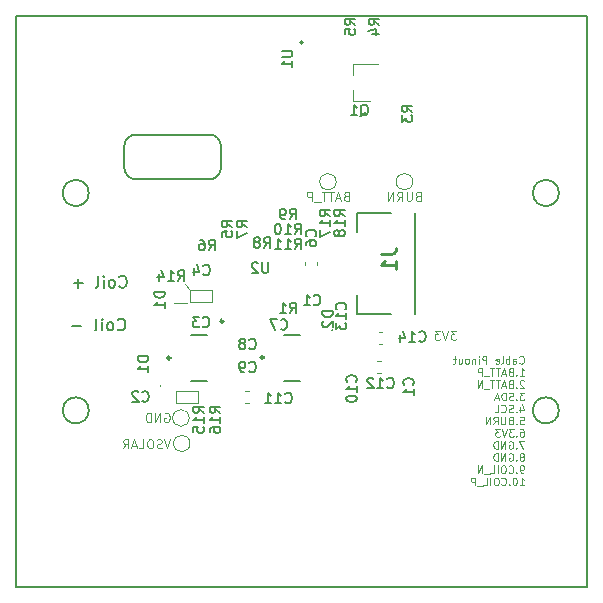
<source format=gbr>
%TF.GenerationSoftware,KiCad,Pcbnew,(5.1.4)-1*%
%TF.CreationDate,2019-12-19T16:50:31-07:00*%
%TF.ProjectId,SolarCellZ_v1,536f6c61-7243-4656-9c6c-5a5f76312e6b,rev?*%
%TF.SameCoordinates,Original*%
%TF.FileFunction,Legend,Bot*%
%TF.FilePolarity,Positive*%
%FSLAX46Y46*%
G04 Gerber Fmt 4.6, Leading zero omitted, Abs format (unit mm)*
G04 Created by KiCad (PCBNEW (5.1.4)-1) date 2019-12-19 16:50:31*
%MOMM*%
%LPD*%
G04 APERTURE LIST*
%ADD10C,0.120000*%
%ADD11C,0.076200*%
%ADD12C,0.200000*%
%ADD13C,0.101600*%
%ADD14C,0.150000*%
%ADD15C,0.203200*%
%ADD16C,0.250000*%
%ADD17C,0.254000*%
%ADD18C,0.127000*%
G04 APERTURE END LIST*
D10*
X103428800Y-64312800D02*
X104521000Y-64312800D01*
D11*
X132659422Y-69378285D02*
X132689660Y-69408523D01*
X132780374Y-69438761D01*
X132840850Y-69438761D01*
X132931565Y-69408523D01*
X132992041Y-69348047D01*
X133022279Y-69287571D01*
X133052517Y-69166619D01*
X133052517Y-69075904D01*
X133022279Y-68954952D01*
X132992041Y-68894476D01*
X132931565Y-68834000D01*
X132840850Y-68803761D01*
X132780374Y-68803761D01*
X132689660Y-68834000D01*
X132659422Y-68864238D01*
X132115136Y-69438761D02*
X132115136Y-69106142D01*
X132145374Y-69045666D01*
X132205850Y-69015428D01*
X132326803Y-69015428D01*
X132387279Y-69045666D01*
X132115136Y-69408523D02*
X132175612Y-69438761D01*
X132326803Y-69438761D01*
X132387279Y-69408523D01*
X132417517Y-69348047D01*
X132417517Y-69287571D01*
X132387279Y-69227095D01*
X132326803Y-69196857D01*
X132175612Y-69196857D01*
X132115136Y-69166619D01*
X131812755Y-69438761D02*
X131812755Y-68803761D01*
X131812755Y-69045666D02*
X131752279Y-69015428D01*
X131631327Y-69015428D01*
X131570850Y-69045666D01*
X131540612Y-69075904D01*
X131510374Y-69136380D01*
X131510374Y-69317809D01*
X131540612Y-69378285D01*
X131570850Y-69408523D01*
X131631327Y-69438761D01*
X131752279Y-69438761D01*
X131812755Y-69408523D01*
X131147517Y-69438761D02*
X131207993Y-69408523D01*
X131238231Y-69348047D01*
X131238231Y-68803761D01*
X130663708Y-69408523D02*
X130724184Y-69438761D01*
X130845136Y-69438761D01*
X130905612Y-69408523D01*
X130935850Y-69348047D01*
X130935850Y-69106142D01*
X130905612Y-69045666D01*
X130845136Y-69015428D01*
X130724184Y-69015428D01*
X130663708Y-69045666D01*
X130633470Y-69106142D01*
X130633470Y-69166619D01*
X130935850Y-69227095D01*
X129877517Y-69438761D02*
X129877517Y-68803761D01*
X129635612Y-68803761D01*
X129575136Y-68834000D01*
X129544898Y-68864238D01*
X129514660Y-68924714D01*
X129514660Y-69015428D01*
X129544898Y-69075904D01*
X129575136Y-69106142D01*
X129635612Y-69136380D01*
X129877517Y-69136380D01*
X129242517Y-69438761D02*
X129242517Y-69015428D01*
X129242517Y-68803761D02*
X129272755Y-68834000D01*
X129242517Y-68864238D01*
X129212279Y-68834000D01*
X129242517Y-68803761D01*
X129242517Y-68864238D01*
X128940136Y-69015428D02*
X128940136Y-69438761D01*
X128940136Y-69075904D02*
X128909898Y-69045666D01*
X128849422Y-69015428D01*
X128758708Y-69015428D01*
X128698231Y-69045666D01*
X128667993Y-69106142D01*
X128667993Y-69438761D01*
X128274898Y-69438761D02*
X128335374Y-69408523D01*
X128365612Y-69378285D01*
X128395850Y-69317809D01*
X128395850Y-69136380D01*
X128365612Y-69075904D01*
X128335374Y-69045666D01*
X128274898Y-69015428D01*
X128184184Y-69015428D01*
X128123708Y-69045666D01*
X128093470Y-69075904D01*
X128063231Y-69136380D01*
X128063231Y-69317809D01*
X128093470Y-69378285D01*
X128123708Y-69408523D01*
X128184184Y-69438761D01*
X128274898Y-69438761D01*
X127518946Y-69015428D02*
X127518946Y-69438761D01*
X127791089Y-69015428D02*
X127791089Y-69348047D01*
X127760850Y-69408523D01*
X127700374Y-69438761D01*
X127609660Y-69438761D01*
X127549184Y-69408523D01*
X127518946Y-69378285D01*
X127307279Y-69015428D02*
X127065374Y-69015428D01*
X127216565Y-68803761D02*
X127216565Y-69348047D01*
X127186327Y-69408523D01*
X127125850Y-69438761D01*
X127065374Y-69438761D01*
X132689660Y-70467461D02*
X133052517Y-70467461D01*
X132871089Y-70467461D02*
X132871089Y-69832461D01*
X132931565Y-69923176D01*
X132992041Y-69983652D01*
X133052517Y-70013890D01*
X132417517Y-70406985D02*
X132387279Y-70437223D01*
X132417517Y-70467461D01*
X132447755Y-70437223D01*
X132417517Y-70406985D01*
X132417517Y-70467461D01*
X131903470Y-70134842D02*
X131812755Y-70165080D01*
X131782517Y-70195319D01*
X131752279Y-70255795D01*
X131752279Y-70346509D01*
X131782517Y-70406985D01*
X131812755Y-70437223D01*
X131873231Y-70467461D01*
X132115136Y-70467461D01*
X132115136Y-69832461D01*
X131903470Y-69832461D01*
X131842993Y-69862700D01*
X131812755Y-69892938D01*
X131782517Y-69953414D01*
X131782517Y-70013890D01*
X131812755Y-70074366D01*
X131842993Y-70104604D01*
X131903470Y-70134842D01*
X132115136Y-70134842D01*
X131510374Y-70286033D02*
X131207993Y-70286033D01*
X131570850Y-70467461D02*
X131359184Y-69832461D01*
X131147517Y-70467461D01*
X131026565Y-69832461D02*
X130663708Y-69832461D01*
X130845136Y-70467461D02*
X130845136Y-69832461D01*
X130542755Y-69832461D02*
X130179898Y-69832461D01*
X130361327Y-70467461D02*
X130361327Y-69832461D01*
X130119422Y-70527938D02*
X129635612Y-70527938D01*
X129484422Y-70467461D02*
X129484422Y-69832461D01*
X129242517Y-69832461D01*
X129182041Y-69862700D01*
X129151803Y-69892938D01*
X129121565Y-69953414D01*
X129121565Y-70044128D01*
X129151803Y-70104604D01*
X129182041Y-70134842D01*
X129242517Y-70165080D01*
X129484422Y-70165080D01*
X133052517Y-70921638D02*
X133022279Y-70891400D01*
X132961803Y-70861161D01*
X132810612Y-70861161D01*
X132750136Y-70891400D01*
X132719898Y-70921638D01*
X132689660Y-70982114D01*
X132689660Y-71042590D01*
X132719898Y-71133304D01*
X133082755Y-71496161D01*
X132689660Y-71496161D01*
X132417517Y-71435685D02*
X132387279Y-71465923D01*
X132417517Y-71496161D01*
X132447755Y-71465923D01*
X132417517Y-71435685D01*
X132417517Y-71496161D01*
X131903470Y-71163542D02*
X131812755Y-71193780D01*
X131782517Y-71224019D01*
X131752279Y-71284495D01*
X131752279Y-71375209D01*
X131782517Y-71435685D01*
X131812755Y-71465923D01*
X131873231Y-71496161D01*
X132115136Y-71496161D01*
X132115136Y-70861161D01*
X131903470Y-70861161D01*
X131842993Y-70891400D01*
X131812755Y-70921638D01*
X131782517Y-70982114D01*
X131782517Y-71042590D01*
X131812755Y-71103066D01*
X131842993Y-71133304D01*
X131903470Y-71163542D01*
X132115136Y-71163542D01*
X131510374Y-71314733D02*
X131207993Y-71314733D01*
X131570850Y-71496161D02*
X131359184Y-70861161D01*
X131147517Y-71496161D01*
X131026565Y-70861161D02*
X130663708Y-70861161D01*
X130845136Y-71496161D02*
X130845136Y-70861161D01*
X130542755Y-70861161D02*
X130179898Y-70861161D01*
X130361327Y-71496161D02*
X130361327Y-70861161D01*
X130119422Y-71556638D02*
X129635612Y-71556638D01*
X129484422Y-71496161D02*
X129484422Y-70861161D01*
X129121565Y-71496161D01*
X129121565Y-70861161D01*
X133082755Y-71889861D02*
X132689660Y-71889861D01*
X132901327Y-72131766D01*
X132810612Y-72131766D01*
X132750136Y-72162004D01*
X132719898Y-72192242D01*
X132689660Y-72252719D01*
X132689660Y-72403909D01*
X132719898Y-72464385D01*
X132750136Y-72494623D01*
X132810612Y-72524861D01*
X132992041Y-72524861D01*
X133052517Y-72494623D01*
X133082755Y-72464385D01*
X132417517Y-72464385D02*
X132387279Y-72494623D01*
X132417517Y-72524861D01*
X132447755Y-72494623D01*
X132417517Y-72464385D01*
X132417517Y-72524861D01*
X132145374Y-72494623D02*
X132054660Y-72524861D01*
X131903470Y-72524861D01*
X131842993Y-72494623D01*
X131812755Y-72464385D01*
X131782517Y-72403909D01*
X131782517Y-72343433D01*
X131812755Y-72282957D01*
X131842993Y-72252719D01*
X131903470Y-72222480D01*
X132024422Y-72192242D01*
X132084898Y-72162004D01*
X132115136Y-72131766D01*
X132145374Y-72071290D01*
X132145374Y-72010814D01*
X132115136Y-71950338D01*
X132084898Y-71920100D01*
X132024422Y-71889861D01*
X131873231Y-71889861D01*
X131782517Y-71920100D01*
X131510374Y-72524861D02*
X131510374Y-71889861D01*
X131359184Y-71889861D01*
X131268470Y-71920100D01*
X131207993Y-71980576D01*
X131177755Y-72041052D01*
X131147517Y-72162004D01*
X131147517Y-72252719D01*
X131177755Y-72373671D01*
X131207993Y-72434147D01*
X131268470Y-72494623D01*
X131359184Y-72524861D01*
X131510374Y-72524861D01*
X130905612Y-72343433D02*
X130603231Y-72343433D01*
X130966089Y-72524861D02*
X130754422Y-71889861D01*
X130542755Y-72524861D01*
X132750136Y-73130228D02*
X132750136Y-73553561D01*
X132901327Y-72888323D02*
X133052517Y-73341895D01*
X132659422Y-73341895D01*
X132417517Y-73493085D02*
X132387279Y-73523323D01*
X132417517Y-73553561D01*
X132447755Y-73523323D01*
X132417517Y-73493085D01*
X132417517Y-73553561D01*
X132145374Y-73523323D02*
X132054660Y-73553561D01*
X131903470Y-73553561D01*
X131842993Y-73523323D01*
X131812755Y-73493085D01*
X131782517Y-73432609D01*
X131782517Y-73372133D01*
X131812755Y-73311657D01*
X131842993Y-73281419D01*
X131903470Y-73251180D01*
X132024422Y-73220942D01*
X132084898Y-73190704D01*
X132115136Y-73160466D01*
X132145374Y-73099990D01*
X132145374Y-73039514D01*
X132115136Y-72979038D01*
X132084898Y-72948800D01*
X132024422Y-72918561D01*
X131873231Y-72918561D01*
X131782517Y-72948800D01*
X131147517Y-73493085D02*
X131177755Y-73523323D01*
X131268469Y-73553561D01*
X131328946Y-73553561D01*
X131419660Y-73523323D01*
X131480136Y-73462847D01*
X131510374Y-73402371D01*
X131540612Y-73281419D01*
X131540612Y-73190704D01*
X131510374Y-73069752D01*
X131480136Y-73009276D01*
X131419660Y-72948800D01*
X131328946Y-72918561D01*
X131268469Y-72918561D01*
X131177755Y-72948800D01*
X131147517Y-72979038D01*
X130572993Y-73553561D02*
X130875374Y-73553561D01*
X130875374Y-72918561D01*
X132719898Y-73947261D02*
X133022279Y-73947261D01*
X133052517Y-74249642D01*
X133022279Y-74219404D01*
X132961803Y-74189166D01*
X132810612Y-74189166D01*
X132750136Y-74219404D01*
X132719898Y-74249642D01*
X132689660Y-74310119D01*
X132689660Y-74461309D01*
X132719898Y-74521785D01*
X132750136Y-74552023D01*
X132810612Y-74582261D01*
X132961803Y-74582261D01*
X133022279Y-74552023D01*
X133052517Y-74521785D01*
X132417517Y-74521785D02*
X132387279Y-74552023D01*
X132417517Y-74582261D01*
X132447755Y-74552023D01*
X132417517Y-74521785D01*
X132417517Y-74582261D01*
X131903470Y-74249642D02*
X131812755Y-74279880D01*
X131782517Y-74310119D01*
X131752279Y-74370595D01*
X131752279Y-74461309D01*
X131782517Y-74521785D01*
X131812755Y-74552023D01*
X131873231Y-74582261D01*
X132115136Y-74582261D01*
X132115136Y-73947261D01*
X131903470Y-73947261D01*
X131842993Y-73977500D01*
X131812755Y-74007738D01*
X131782517Y-74068214D01*
X131782517Y-74128690D01*
X131812755Y-74189166D01*
X131842993Y-74219404D01*
X131903470Y-74249642D01*
X132115136Y-74249642D01*
X131480136Y-73947261D02*
X131480136Y-74461309D01*
X131449898Y-74521785D01*
X131419660Y-74552023D01*
X131359184Y-74582261D01*
X131238231Y-74582261D01*
X131177755Y-74552023D01*
X131147517Y-74521785D01*
X131117279Y-74461309D01*
X131117279Y-73947261D01*
X130452041Y-74582261D02*
X130663708Y-74279880D01*
X130814898Y-74582261D02*
X130814898Y-73947261D01*
X130572993Y-73947261D01*
X130512517Y-73977500D01*
X130482279Y-74007738D01*
X130452041Y-74068214D01*
X130452041Y-74158928D01*
X130482279Y-74219404D01*
X130512517Y-74249642D01*
X130572993Y-74279880D01*
X130814898Y-74279880D01*
X130179898Y-74582261D02*
X130179898Y-73947261D01*
X129817041Y-74582261D01*
X129817041Y-73947261D01*
X132750136Y-74975961D02*
X132871089Y-74975961D01*
X132931565Y-75006200D01*
X132961803Y-75036438D01*
X133022279Y-75127152D01*
X133052517Y-75248104D01*
X133052517Y-75490009D01*
X133022279Y-75550485D01*
X132992041Y-75580723D01*
X132931565Y-75610961D01*
X132810612Y-75610961D01*
X132750136Y-75580723D01*
X132719898Y-75550485D01*
X132689660Y-75490009D01*
X132689660Y-75338819D01*
X132719898Y-75278342D01*
X132750136Y-75248104D01*
X132810612Y-75217866D01*
X132931565Y-75217866D01*
X132992041Y-75248104D01*
X133022279Y-75278342D01*
X133052517Y-75338819D01*
X132417517Y-75550485D02*
X132387279Y-75580723D01*
X132417517Y-75610961D01*
X132447755Y-75580723D01*
X132417517Y-75550485D01*
X132417517Y-75610961D01*
X132175612Y-74975961D02*
X131782517Y-74975961D01*
X131994184Y-75217866D01*
X131903470Y-75217866D01*
X131842993Y-75248104D01*
X131812755Y-75278342D01*
X131782517Y-75338819D01*
X131782517Y-75490009D01*
X131812755Y-75550485D01*
X131842993Y-75580723D01*
X131903470Y-75610961D01*
X132084898Y-75610961D01*
X132145374Y-75580723D01*
X132175612Y-75550485D01*
X131601089Y-74975961D02*
X131389422Y-75610961D01*
X131177755Y-74975961D01*
X131026565Y-74975961D02*
X130633469Y-74975961D01*
X130845136Y-75217866D01*
X130754422Y-75217866D01*
X130693946Y-75248104D01*
X130663708Y-75278342D01*
X130633469Y-75338819D01*
X130633469Y-75490009D01*
X130663708Y-75550485D01*
X130693946Y-75580723D01*
X130754422Y-75610961D01*
X130935850Y-75610961D01*
X130996327Y-75580723D01*
X131026565Y-75550485D01*
X133082755Y-76004661D02*
X132659422Y-76004661D01*
X132931565Y-76639661D01*
X132417517Y-76579185D02*
X132387279Y-76609423D01*
X132417517Y-76639661D01*
X132447755Y-76609423D01*
X132417517Y-76579185D01*
X132417517Y-76639661D01*
X131782517Y-76034900D02*
X131842993Y-76004661D01*
X131933708Y-76004661D01*
X132024422Y-76034900D01*
X132084898Y-76095376D01*
X132115136Y-76155852D01*
X132145374Y-76276804D01*
X132145374Y-76367519D01*
X132115136Y-76488471D01*
X132084898Y-76548947D01*
X132024422Y-76609423D01*
X131933708Y-76639661D01*
X131873231Y-76639661D01*
X131782517Y-76609423D01*
X131752279Y-76579185D01*
X131752279Y-76367519D01*
X131873231Y-76367519D01*
X131480136Y-76639661D02*
X131480136Y-76004661D01*
X131117279Y-76639661D01*
X131117279Y-76004661D01*
X130814898Y-76639661D02*
X130814898Y-76004661D01*
X130663708Y-76004661D01*
X130572993Y-76034900D01*
X130512517Y-76095376D01*
X130482279Y-76155852D01*
X130452041Y-76276804D01*
X130452041Y-76367519D01*
X130482279Y-76488471D01*
X130512517Y-76548947D01*
X130572993Y-76609423D01*
X130663708Y-76639661D01*
X130814898Y-76639661D01*
X132931565Y-77305504D02*
X132992041Y-77275266D01*
X133022279Y-77245028D01*
X133052517Y-77184552D01*
X133052517Y-77154314D01*
X133022279Y-77093838D01*
X132992041Y-77063600D01*
X132931565Y-77033361D01*
X132810612Y-77033361D01*
X132750136Y-77063600D01*
X132719898Y-77093838D01*
X132689660Y-77154314D01*
X132689660Y-77184552D01*
X132719898Y-77245028D01*
X132750136Y-77275266D01*
X132810612Y-77305504D01*
X132931565Y-77305504D01*
X132992041Y-77335742D01*
X133022279Y-77365980D01*
X133052517Y-77426457D01*
X133052517Y-77547409D01*
X133022279Y-77607885D01*
X132992041Y-77638123D01*
X132931565Y-77668361D01*
X132810612Y-77668361D01*
X132750136Y-77638123D01*
X132719898Y-77607885D01*
X132689660Y-77547409D01*
X132689660Y-77426457D01*
X132719898Y-77365980D01*
X132750136Y-77335742D01*
X132810612Y-77305504D01*
X132417517Y-77607885D02*
X132387279Y-77638123D01*
X132417517Y-77668361D01*
X132447755Y-77638123D01*
X132417517Y-77607885D01*
X132417517Y-77668361D01*
X131782517Y-77063600D02*
X131842993Y-77033361D01*
X131933708Y-77033361D01*
X132024422Y-77063600D01*
X132084898Y-77124076D01*
X132115136Y-77184552D01*
X132145374Y-77305504D01*
X132145374Y-77396219D01*
X132115136Y-77517171D01*
X132084898Y-77577647D01*
X132024422Y-77638123D01*
X131933708Y-77668361D01*
X131873231Y-77668361D01*
X131782517Y-77638123D01*
X131752279Y-77607885D01*
X131752279Y-77396219D01*
X131873231Y-77396219D01*
X131480136Y-77668361D02*
X131480136Y-77033361D01*
X131117279Y-77668361D01*
X131117279Y-77033361D01*
X130814898Y-77668361D02*
X130814898Y-77033361D01*
X130663708Y-77033361D01*
X130572993Y-77063600D01*
X130512517Y-77124076D01*
X130482279Y-77184552D01*
X130452041Y-77305504D01*
X130452041Y-77396219D01*
X130482279Y-77517171D01*
X130512517Y-77577647D01*
X130572993Y-77638123D01*
X130663708Y-77668361D01*
X130814898Y-77668361D01*
X132992041Y-78697061D02*
X132871089Y-78697061D01*
X132810612Y-78666823D01*
X132780374Y-78636585D01*
X132719898Y-78545871D01*
X132689660Y-78424919D01*
X132689660Y-78183014D01*
X132719898Y-78122538D01*
X132750136Y-78092300D01*
X132810612Y-78062061D01*
X132931565Y-78062061D01*
X132992041Y-78092300D01*
X133022279Y-78122538D01*
X133052517Y-78183014D01*
X133052517Y-78334204D01*
X133022279Y-78394680D01*
X132992041Y-78424919D01*
X132931565Y-78455157D01*
X132810612Y-78455157D01*
X132750136Y-78424919D01*
X132719898Y-78394680D01*
X132689660Y-78334204D01*
X132417517Y-78636585D02*
X132387279Y-78666823D01*
X132417517Y-78697061D01*
X132447755Y-78666823D01*
X132417517Y-78636585D01*
X132417517Y-78697061D01*
X131752279Y-78636585D02*
X131782517Y-78666823D01*
X131873231Y-78697061D01*
X131933708Y-78697061D01*
X132024422Y-78666823D01*
X132084898Y-78606347D01*
X132115136Y-78545871D01*
X132145374Y-78424919D01*
X132145374Y-78334204D01*
X132115136Y-78213252D01*
X132084898Y-78152776D01*
X132024422Y-78092300D01*
X131933708Y-78062061D01*
X131873231Y-78062061D01*
X131782517Y-78092300D01*
X131752279Y-78122538D01*
X131359184Y-78062061D02*
X131238231Y-78062061D01*
X131177755Y-78092300D01*
X131117279Y-78152776D01*
X131087041Y-78273728D01*
X131087041Y-78485395D01*
X131117279Y-78606347D01*
X131177755Y-78666823D01*
X131238231Y-78697061D01*
X131359184Y-78697061D01*
X131419660Y-78666823D01*
X131480136Y-78606347D01*
X131510374Y-78485395D01*
X131510374Y-78273728D01*
X131480136Y-78152776D01*
X131419660Y-78092300D01*
X131359184Y-78062061D01*
X130814898Y-78697061D02*
X130814898Y-78062061D01*
X130210136Y-78697061D02*
X130512517Y-78697061D01*
X130512517Y-78062061D01*
X130149660Y-78757538D02*
X129665850Y-78757538D01*
X129514660Y-78697061D02*
X129514660Y-78062061D01*
X129151803Y-78697061D01*
X129151803Y-78062061D01*
X132689660Y-79725761D02*
X133052517Y-79725761D01*
X132871089Y-79725761D02*
X132871089Y-79090761D01*
X132931565Y-79181476D01*
X132992041Y-79241952D01*
X133052517Y-79272190D01*
X132296565Y-79090761D02*
X132236089Y-79090761D01*
X132175612Y-79121000D01*
X132145374Y-79151238D01*
X132115136Y-79211714D01*
X132084898Y-79332666D01*
X132084898Y-79483857D01*
X132115136Y-79604809D01*
X132145374Y-79665285D01*
X132175612Y-79695523D01*
X132236089Y-79725761D01*
X132296565Y-79725761D01*
X132357041Y-79695523D01*
X132387279Y-79665285D01*
X132417517Y-79604809D01*
X132447755Y-79483857D01*
X132447755Y-79332666D01*
X132417517Y-79211714D01*
X132387279Y-79151238D01*
X132357041Y-79121000D01*
X132296565Y-79090761D01*
X131812755Y-79665285D02*
X131782517Y-79695523D01*
X131812755Y-79725761D01*
X131842993Y-79695523D01*
X131812755Y-79665285D01*
X131812755Y-79725761D01*
X131147517Y-79665285D02*
X131177755Y-79695523D01*
X131268470Y-79725761D01*
X131328946Y-79725761D01*
X131419660Y-79695523D01*
X131480136Y-79635047D01*
X131510374Y-79574571D01*
X131540612Y-79453619D01*
X131540612Y-79362904D01*
X131510374Y-79241952D01*
X131480136Y-79181476D01*
X131419660Y-79121000D01*
X131328946Y-79090761D01*
X131268470Y-79090761D01*
X131177755Y-79121000D01*
X131147517Y-79151238D01*
X130754422Y-79090761D02*
X130633470Y-79090761D01*
X130572993Y-79121000D01*
X130512517Y-79181476D01*
X130482279Y-79302428D01*
X130482279Y-79514095D01*
X130512517Y-79635047D01*
X130572993Y-79695523D01*
X130633470Y-79725761D01*
X130754422Y-79725761D01*
X130814898Y-79695523D01*
X130875374Y-79635047D01*
X130905612Y-79514095D01*
X130905612Y-79302428D01*
X130875374Y-79181476D01*
X130814898Y-79121000D01*
X130754422Y-79090761D01*
X130210136Y-79725761D02*
X130210136Y-79090761D01*
X129605374Y-79725761D02*
X129907755Y-79725761D01*
X129907755Y-79090761D01*
X129544898Y-79786238D02*
X129061089Y-79786238D01*
X128909898Y-79725761D02*
X128909898Y-79090761D01*
X128667993Y-79090761D01*
X128607517Y-79121000D01*
X128577279Y-79151238D01*
X128547041Y-79211714D01*
X128547041Y-79302428D01*
X128577279Y-79362904D01*
X128607517Y-79393142D01*
X128667993Y-79423380D01*
X128909898Y-79423380D01*
D12*
X107407500Y-52841000D02*
G75*
G02X106407500Y-53841000I-1000000J0D01*
G01*
X100207500Y-53841000D02*
G75*
G02X99207500Y-52841000I0J1000000D01*
G01*
X106407500Y-50041000D02*
G75*
G02X107407500Y-51041000I0J-1000000D01*
G01*
X99207500Y-51041000D02*
G75*
G02X100207500Y-50041000I1000000J0D01*
G01*
X96207500Y-54991000D02*
G75*
G03X96207500Y-54991000I-1100000J0D01*
G01*
X106407500Y-50041000D02*
X100207500Y-50041000D01*
X138407500Y-39991000D02*
X138407500Y-88391000D01*
X138407500Y-88391000D02*
X90007500Y-88391000D01*
X96207500Y-73391000D02*
G75*
G03X96207500Y-73391000I-1100000J0D01*
G01*
X90007500Y-88391000D02*
X90007500Y-39991000D01*
X90007500Y-39991000D02*
X138407500Y-39991000D01*
X100207500Y-53841000D02*
X106407500Y-53841000D01*
X136007500Y-73391000D02*
G75*
G03X136007500Y-73391000I-1100000J0D01*
G01*
X136007500Y-54991000D02*
G75*
G03X136007500Y-54991000I-1100000J0D01*
G01*
X107407500Y-52841000D02*
X107407500Y-51041000D01*
X99207500Y-51041000D02*
X99207500Y-52841000D01*
D13*
X124060857Y-55254071D02*
X123952000Y-55290357D01*
X123915714Y-55326642D01*
X123879428Y-55399214D01*
X123879428Y-55508071D01*
X123915714Y-55580642D01*
X123952000Y-55616928D01*
X124024571Y-55653214D01*
X124314857Y-55653214D01*
X124314857Y-54891214D01*
X124060857Y-54891214D01*
X123988285Y-54927500D01*
X123952000Y-54963785D01*
X123915714Y-55036357D01*
X123915714Y-55108928D01*
X123952000Y-55181500D01*
X123988285Y-55217785D01*
X124060857Y-55254071D01*
X124314857Y-55254071D01*
X123552857Y-54891214D02*
X123552857Y-55508071D01*
X123516571Y-55580642D01*
X123480285Y-55616928D01*
X123407714Y-55653214D01*
X123262571Y-55653214D01*
X123190000Y-55616928D01*
X123153714Y-55580642D01*
X123117428Y-55508071D01*
X123117428Y-54891214D01*
X122319142Y-55653214D02*
X122573142Y-55290357D01*
X122754571Y-55653214D02*
X122754571Y-54891214D01*
X122464285Y-54891214D01*
X122391714Y-54927500D01*
X122355428Y-54963785D01*
X122319142Y-55036357D01*
X122319142Y-55145214D01*
X122355428Y-55217785D01*
X122391714Y-55254071D01*
X122464285Y-55290357D01*
X122754571Y-55290357D01*
X121992571Y-55653214D02*
X121992571Y-54891214D01*
X121557142Y-55653214D01*
X121557142Y-54891214D01*
X117983000Y-55254071D02*
X117874142Y-55290357D01*
X117837857Y-55326642D01*
X117801571Y-55399214D01*
X117801571Y-55508071D01*
X117837857Y-55580642D01*
X117874142Y-55616928D01*
X117946714Y-55653214D01*
X118237000Y-55653214D01*
X118237000Y-54891214D01*
X117983000Y-54891214D01*
X117910428Y-54927500D01*
X117874142Y-54963785D01*
X117837857Y-55036357D01*
X117837857Y-55108928D01*
X117874142Y-55181500D01*
X117910428Y-55217785D01*
X117983000Y-55254071D01*
X118237000Y-55254071D01*
X117511285Y-55435500D02*
X117148428Y-55435500D01*
X117583857Y-55653214D02*
X117329857Y-54891214D01*
X117075857Y-55653214D01*
X116930714Y-54891214D02*
X116495285Y-54891214D01*
X116713000Y-55653214D02*
X116713000Y-54891214D01*
X116350142Y-54891214D02*
X115914714Y-54891214D01*
X116132428Y-55653214D02*
X116132428Y-54891214D01*
X115842142Y-55725785D02*
X115261571Y-55725785D01*
X115080142Y-55653214D02*
X115080142Y-54891214D01*
X114789857Y-54891214D01*
X114717285Y-54927500D01*
X114681000Y-54963785D01*
X114644714Y-55036357D01*
X114644714Y-55145214D01*
X114681000Y-55217785D01*
X114717285Y-55254071D01*
X114789857Y-55290357D01*
X115080142Y-55290357D01*
X127333102Y-66638714D02*
X126861388Y-66638714D01*
X127115388Y-66929000D01*
X127006531Y-66929000D01*
X126933960Y-66965285D01*
X126897674Y-67001571D01*
X126861388Y-67074142D01*
X126861388Y-67255571D01*
X126897674Y-67328142D01*
X126933960Y-67364428D01*
X127006531Y-67400714D01*
X127224245Y-67400714D01*
X127296817Y-67364428D01*
X127333102Y-67328142D01*
X126643674Y-66638714D02*
X126389674Y-67400714D01*
X126135674Y-66638714D01*
X125954245Y-66638714D02*
X125482531Y-66638714D01*
X125736531Y-66929000D01*
X125627674Y-66929000D01*
X125555102Y-66965285D01*
X125518817Y-67001571D01*
X125482531Y-67074142D01*
X125482531Y-67255571D01*
X125518817Y-67328142D01*
X125555102Y-67364428D01*
X125627674Y-67400714D01*
X125845388Y-67400714D01*
X125917960Y-67364428D01*
X125954245Y-67328142D01*
X103124000Y-75846214D02*
X102870000Y-76608214D01*
X102616000Y-75846214D01*
X102398285Y-76571928D02*
X102289428Y-76608214D01*
X102108000Y-76608214D01*
X102035428Y-76571928D01*
X101999142Y-76535642D01*
X101962857Y-76463071D01*
X101962857Y-76390500D01*
X101999142Y-76317928D01*
X102035428Y-76281642D01*
X102108000Y-76245357D01*
X102253142Y-76209071D01*
X102325714Y-76172785D01*
X102362000Y-76136500D01*
X102398285Y-76063928D01*
X102398285Y-75991357D01*
X102362000Y-75918785D01*
X102325714Y-75882500D01*
X102253142Y-75846214D01*
X102071714Y-75846214D01*
X101962857Y-75882500D01*
X101491142Y-75846214D02*
X101346000Y-75846214D01*
X101273428Y-75882500D01*
X101200857Y-75955071D01*
X101164571Y-76100214D01*
X101164571Y-76354214D01*
X101200857Y-76499357D01*
X101273428Y-76571928D01*
X101346000Y-76608214D01*
X101491142Y-76608214D01*
X101563714Y-76571928D01*
X101636285Y-76499357D01*
X101672571Y-76354214D01*
X101672571Y-76100214D01*
X101636285Y-75955071D01*
X101563714Y-75882500D01*
X101491142Y-75846214D01*
X100475142Y-76608214D02*
X100838000Y-76608214D01*
X100838000Y-75846214D01*
X100257428Y-76390500D02*
X99894571Y-76390500D01*
X100330000Y-76608214D02*
X100076000Y-75846214D01*
X99822000Y-76608214D01*
X99132571Y-76608214D02*
X99386571Y-76245357D01*
X99568000Y-76608214D02*
X99568000Y-75846214D01*
X99277714Y-75846214D01*
X99205142Y-75882500D01*
X99168857Y-75918785D01*
X99132571Y-75991357D01*
X99132571Y-76100214D01*
X99168857Y-76172785D01*
X99205142Y-76209071D01*
X99277714Y-76245357D01*
X99568000Y-76245357D01*
X102625071Y-73660000D02*
X102697642Y-73623714D01*
X102806500Y-73623714D01*
X102915357Y-73660000D01*
X102987928Y-73732571D01*
X103024214Y-73805142D01*
X103060500Y-73950285D01*
X103060500Y-74059142D01*
X103024214Y-74204285D01*
X102987928Y-74276857D01*
X102915357Y-74349428D01*
X102806500Y-74385714D01*
X102733928Y-74385714D01*
X102625071Y-74349428D01*
X102588785Y-74313142D01*
X102588785Y-74059142D01*
X102733928Y-74059142D01*
X102262214Y-74385714D02*
X102262214Y-73623714D01*
X101826785Y-74385714D01*
X101826785Y-73623714D01*
X101463928Y-74385714D02*
X101463928Y-73623714D01*
X101282500Y-73623714D01*
X101173642Y-73660000D01*
X101101071Y-73732571D01*
X101064785Y-73805142D01*
X101028500Y-73950285D01*
X101028500Y-74059142D01*
X101064785Y-74204285D01*
X101101071Y-74276857D01*
X101173642Y-74349428D01*
X101282500Y-74385714D01*
X101463928Y-74385714D01*
D10*
X104775000Y-63182500D02*
X104343200Y-62661800D01*
X104775000Y-64198500D02*
X104775000Y-63182500D01*
X106680000Y-64198500D02*
X104775000Y-64198500D01*
X106680000Y-63182500D02*
X106680000Y-64198500D01*
X104775000Y-63182500D02*
X106680000Y-63182500D01*
X103568500Y-72771000D02*
X103568500Y-71755000D01*
X105473500Y-72771000D02*
X103568500Y-72771000D01*
X105473500Y-71755000D02*
X105473500Y-72771000D01*
X103568500Y-71755000D02*
X105473500Y-71755000D01*
D14*
X98670857Y-66524142D02*
X98718476Y-66571761D01*
X98861333Y-66619380D01*
X98956571Y-66619380D01*
X99099428Y-66571761D01*
X99194666Y-66476523D01*
X99242285Y-66381285D01*
X99289904Y-66190809D01*
X99289904Y-66047952D01*
X99242285Y-65857476D01*
X99194666Y-65762238D01*
X99099428Y-65667000D01*
X98956571Y-65619380D01*
X98861333Y-65619380D01*
X98718476Y-65667000D01*
X98670857Y-65714619D01*
X98099428Y-66619380D02*
X98194666Y-66571761D01*
X98242285Y-66524142D01*
X98289904Y-66428904D01*
X98289904Y-66143190D01*
X98242285Y-66047952D01*
X98194666Y-66000333D01*
X98099428Y-65952714D01*
X97956571Y-65952714D01*
X97861333Y-66000333D01*
X97813714Y-66047952D01*
X97766095Y-66143190D01*
X97766095Y-66428904D01*
X97813714Y-66524142D01*
X97861333Y-66571761D01*
X97956571Y-66619380D01*
X98099428Y-66619380D01*
X97337523Y-66619380D02*
X97337523Y-65952714D01*
X97337523Y-65619380D02*
X97385142Y-65667000D01*
X97337523Y-65714619D01*
X97289904Y-65667000D01*
X97337523Y-65619380D01*
X97337523Y-65714619D01*
X96718476Y-66619380D02*
X96813714Y-66571761D01*
X96861333Y-66476523D01*
X96861333Y-65619380D01*
X95575619Y-66238428D02*
X94813714Y-66238428D01*
X98797857Y-62904642D02*
X98845476Y-62952261D01*
X98988333Y-62999880D01*
X99083571Y-62999880D01*
X99226428Y-62952261D01*
X99321666Y-62857023D01*
X99369285Y-62761785D01*
X99416904Y-62571309D01*
X99416904Y-62428452D01*
X99369285Y-62237976D01*
X99321666Y-62142738D01*
X99226428Y-62047500D01*
X99083571Y-61999880D01*
X98988333Y-61999880D01*
X98845476Y-62047500D01*
X98797857Y-62095119D01*
X98226428Y-62999880D02*
X98321666Y-62952261D01*
X98369285Y-62904642D01*
X98416904Y-62809404D01*
X98416904Y-62523690D01*
X98369285Y-62428452D01*
X98321666Y-62380833D01*
X98226428Y-62333214D01*
X98083571Y-62333214D01*
X97988333Y-62380833D01*
X97940714Y-62428452D01*
X97893095Y-62523690D01*
X97893095Y-62809404D01*
X97940714Y-62904642D01*
X97988333Y-62952261D01*
X98083571Y-62999880D01*
X98226428Y-62999880D01*
X97464523Y-62999880D02*
X97464523Y-62333214D01*
X97464523Y-61999880D02*
X97512142Y-62047500D01*
X97464523Y-62095119D01*
X97416904Y-62047500D01*
X97464523Y-61999880D01*
X97464523Y-62095119D01*
X96845476Y-62999880D02*
X96940714Y-62952261D01*
X96988333Y-62857023D01*
X96988333Y-61999880D01*
X95702619Y-62618928D02*
X94940714Y-62618928D01*
X95321666Y-62999880D02*
X95321666Y-62237976D01*
D12*
X123815500Y-56710000D02*
X123815500Y-65210000D01*
X118935500Y-56710000D02*
X121785500Y-56710000D01*
X118935500Y-65210000D02*
X121785500Y-65210000D01*
X118935500Y-56710000D02*
X118935500Y-58260000D01*
X118935500Y-65210000D02*
X118935500Y-63660000D01*
D10*
X117159000Y-54038500D02*
G75*
G03X117159000Y-54038500I-700000J0D01*
G01*
X123636000Y-54038500D02*
G75*
G03X123636000Y-54038500I-700000J0D01*
G01*
X104713000Y-74041000D02*
G75*
G03X104713000Y-74041000I-700000J0D01*
G01*
X104776500Y-76200000D02*
G75*
G03X104776500Y-76200000I-700000J0D01*
G01*
D12*
X102280000Y-71300000D02*
G75*
G03X102280000Y-71300000I-19000J0D01*
G01*
D15*
X114354700Y-42265600D02*
G75*
G03X114354700Y-42265600I-143600J0D01*
G01*
D10*
X118556500Y-47236500D02*
X120016500Y-47236500D01*
X118556500Y-44076500D02*
X120716500Y-44076500D01*
X118556500Y-44076500D02*
X118556500Y-45006500D01*
X118556500Y-47236500D02*
X118556500Y-46306500D01*
X115508500Y-60797221D02*
X115508500Y-61122779D01*
X114488500Y-60797221D02*
X114488500Y-61122779D01*
X120741221Y-66800000D02*
X121066779Y-66800000D01*
X120741221Y-67820000D02*
X121066779Y-67820000D01*
D16*
X107599160Y-65848656D02*
G75*
G03X107599160Y-65848656I-125000J0D01*
G01*
D12*
X116833000Y-66622000D02*
G75*
G03X116833000Y-66622000I-19000J0D01*
G01*
D10*
X120614221Y-69213000D02*
X120939779Y-69213000D01*
X120614221Y-70233000D02*
X120939779Y-70233000D01*
D17*
X111013240Y-68927980D02*
G75*
G03X111013240Y-68927980I-127000J0D01*
G01*
D18*
X114105690Y-70877430D02*
X112746790Y-70877430D01*
X112746790Y-66978530D02*
X114105690Y-66978530D01*
D17*
X103124000Y-68961000D02*
G75*
G03X103124000Y-68961000I-127000J0D01*
G01*
D18*
X106216450Y-70910450D02*
X104857550Y-70910450D01*
X104857550Y-67011550D02*
X106216450Y-67011550D01*
D10*
X109438221Y-71753000D02*
X109763779Y-71753000D01*
X109438221Y-72773000D02*
X109763779Y-72773000D01*
D17*
X120924063Y-60164806D02*
X121831206Y-60164806D01*
X122012635Y-60104330D01*
X122133587Y-59983378D01*
X122194063Y-59801949D01*
X122194063Y-59680997D01*
X122194063Y-61434806D02*
X122194063Y-60709092D01*
X122194063Y-61071949D02*
X120924063Y-61071949D01*
X121105492Y-60950997D01*
X121226444Y-60830044D01*
X121286920Y-60709092D01*
D18*
X101240166Y-68812833D02*
X100351166Y-68812833D01*
X100351166Y-69024500D01*
X100393500Y-69151500D01*
X100478166Y-69236166D01*
X100562833Y-69278500D01*
X100732166Y-69320833D01*
X100859166Y-69320833D01*
X101028500Y-69278500D01*
X101113166Y-69236166D01*
X101197833Y-69151500D01*
X101240166Y-69024500D01*
X101240166Y-68812833D01*
X101240166Y-70167500D02*
X101240166Y-69659500D01*
X101240166Y-69913500D02*
X100351166Y-69913500D01*
X100478166Y-69828833D01*
X100562833Y-69744166D01*
X100605166Y-69659500D01*
X112530375Y-42934260D02*
X113250042Y-42934260D01*
X113334709Y-42976594D01*
X113377042Y-43018927D01*
X113419375Y-43103594D01*
X113419375Y-43272927D01*
X113377042Y-43357594D01*
X113334709Y-43399927D01*
X113250042Y-43442260D01*
X112530375Y-43442260D01*
X113419375Y-44331260D02*
X113419375Y-43823260D01*
X113419375Y-44077260D02*
X112530375Y-44077260D01*
X112657375Y-43992594D01*
X112742042Y-43907927D01*
X112784375Y-43823260D01*
X118766166Y-40745833D02*
X118342833Y-40449500D01*
X118766166Y-40237833D02*
X117877166Y-40237833D01*
X117877166Y-40576500D01*
X117919500Y-40661166D01*
X117961833Y-40703500D01*
X118046500Y-40745833D01*
X118173500Y-40745833D01*
X118258166Y-40703500D01*
X118300500Y-40661166D01*
X118342833Y-40576500D01*
X118342833Y-40237833D01*
X117877166Y-41550166D02*
X117877166Y-41126833D01*
X118300500Y-41084500D01*
X118258166Y-41126833D01*
X118215833Y-41211500D01*
X118215833Y-41423166D01*
X118258166Y-41507833D01*
X118300500Y-41550166D01*
X118385166Y-41592500D01*
X118596833Y-41592500D01*
X118681500Y-41550166D01*
X118723833Y-41507833D01*
X118766166Y-41423166D01*
X118766166Y-41211500D01*
X118723833Y-41126833D01*
X118681500Y-41084500D01*
X120798166Y-40745833D02*
X120374833Y-40449500D01*
X120798166Y-40237833D02*
X119909166Y-40237833D01*
X119909166Y-40576500D01*
X119951500Y-40661166D01*
X119993833Y-40703500D01*
X120078500Y-40745833D01*
X120205500Y-40745833D01*
X120290166Y-40703500D01*
X120332500Y-40661166D01*
X120374833Y-40576500D01*
X120374833Y-40237833D01*
X120205500Y-41507833D02*
X120798166Y-41507833D01*
X119866833Y-41296166D02*
X120501833Y-41084500D01*
X120501833Y-41634833D01*
X123592166Y-48111833D02*
X123168833Y-47815500D01*
X123592166Y-47603833D02*
X122703166Y-47603833D01*
X122703166Y-47942500D01*
X122745500Y-48027166D01*
X122787833Y-48069500D01*
X122872500Y-48111833D01*
X122999500Y-48111833D01*
X123084166Y-48069500D01*
X123126500Y-48027166D01*
X123168833Y-47942500D01*
X123168833Y-47603833D01*
X122703166Y-48408166D02*
X122703166Y-48958500D01*
X123041833Y-48662166D01*
X123041833Y-48789166D01*
X123084166Y-48873833D01*
X123126500Y-48916166D01*
X123211166Y-48958500D01*
X123422833Y-48958500D01*
X123507500Y-48916166D01*
X123549833Y-48873833D01*
X123592166Y-48789166D01*
X123592166Y-48535166D01*
X123549833Y-48450500D01*
X123507500Y-48408166D01*
X119210666Y-48492833D02*
X119295333Y-48450500D01*
X119380000Y-48365833D01*
X119507000Y-48238833D01*
X119591666Y-48196500D01*
X119676333Y-48196500D01*
X119634000Y-48408166D02*
X119718666Y-48365833D01*
X119803333Y-48281166D01*
X119845666Y-48111833D01*
X119845666Y-47815500D01*
X119803333Y-47646166D01*
X119718666Y-47561500D01*
X119634000Y-47519166D01*
X119464666Y-47519166D01*
X119380000Y-47561500D01*
X119295333Y-47646166D01*
X119253000Y-47815500D01*
X119253000Y-48111833D01*
X119295333Y-48281166D01*
X119380000Y-48365833D01*
X119464666Y-48408166D01*
X119634000Y-48408166D01*
X118406333Y-48408166D02*
X118914333Y-48408166D01*
X118660333Y-48408166D02*
X118660333Y-47519166D01*
X118745000Y-47646166D01*
X118829666Y-47730833D01*
X118914333Y-47773166D01*
X123634500Y-71225833D02*
X123676833Y-71183500D01*
X123719166Y-71056500D01*
X123719166Y-70971833D01*
X123676833Y-70844833D01*
X123592166Y-70760166D01*
X123507500Y-70717833D01*
X123338166Y-70675500D01*
X123211166Y-70675500D01*
X123041833Y-70717833D01*
X122957166Y-70760166D01*
X122872500Y-70844833D01*
X122830166Y-70971833D01*
X122830166Y-71056500D01*
X122872500Y-71183500D01*
X122914833Y-71225833D01*
X123719166Y-72072500D02*
X123719166Y-71564500D01*
X123719166Y-71818500D02*
X122830166Y-71818500D01*
X122957166Y-71733833D01*
X123041833Y-71649166D01*
X123084166Y-71564500D01*
X115379500Y-58652833D02*
X115421833Y-58610500D01*
X115464166Y-58483500D01*
X115464166Y-58398833D01*
X115421833Y-58271833D01*
X115337166Y-58187166D01*
X115252500Y-58144833D01*
X115083166Y-58102500D01*
X114956166Y-58102500D01*
X114786833Y-58144833D01*
X114702166Y-58187166D01*
X114617500Y-58271833D01*
X114575166Y-58398833D01*
X114575166Y-58483500D01*
X114617500Y-58610500D01*
X114659833Y-58652833D01*
X114575166Y-59414833D02*
X114575166Y-59245500D01*
X114617500Y-59160833D01*
X114659833Y-59118500D01*
X114786833Y-59033833D01*
X114956166Y-58991500D01*
X115294833Y-58991500D01*
X115379500Y-59033833D01*
X115421833Y-59076166D01*
X115464166Y-59160833D01*
X115464166Y-59330166D01*
X115421833Y-59414833D01*
X115379500Y-59457166D01*
X115294833Y-59499500D01*
X115083166Y-59499500D01*
X114998500Y-59457166D01*
X114956166Y-59414833D01*
X114913833Y-59330166D01*
X114913833Y-59160833D01*
X114956166Y-59076166D01*
X114998500Y-59033833D01*
X115083166Y-58991500D01*
X109812666Y-70104000D02*
X109855000Y-70146333D01*
X109982000Y-70188666D01*
X110066666Y-70188666D01*
X110193666Y-70146333D01*
X110278333Y-70061666D01*
X110320666Y-69977000D01*
X110363000Y-69807666D01*
X110363000Y-69680666D01*
X110320666Y-69511333D01*
X110278333Y-69426666D01*
X110193666Y-69342000D01*
X110066666Y-69299666D01*
X109982000Y-69299666D01*
X109855000Y-69342000D01*
X109812666Y-69384333D01*
X109389333Y-70188666D02*
X109220000Y-70188666D01*
X109135333Y-70146333D01*
X109093000Y-70104000D01*
X109008333Y-69977000D01*
X108966000Y-69807666D01*
X108966000Y-69469000D01*
X109008333Y-69384333D01*
X109050666Y-69342000D01*
X109135333Y-69299666D01*
X109304666Y-69299666D01*
X109389333Y-69342000D01*
X109431666Y-69384333D01*
X109474000Y-69469000D01*
X109474000Y-69680666D01*
X109431666Y-69765333D01*
X109389333Y-69807666D01*
X109304666Y-69850000D01*
X109135333Y-69850000D01*
X109050666Y-69807666D01*
X109008333Y-69765333D01*
X108966000Y-69680666D01*
X124206000Y-67500500D02*
X124248333Y-67542833D01*
X124375333Y-67585166D01*
X124460000Y-67585166D01*
X124587000Y-67542833D01*
X124671666Y-67458166D01*
X124714000Y-67373500D01*
X124756333Y-67204166D01*
X124756333Y-67077166D01*
X124714000Y-66907833D01*
X124671666Y-66823166D01*
X124587000Y-66738500D01*
X124460000Y-66696166D01*
X124375333Y-66696166D01*
X124248333Y-66738500D01*
X124206000Y-66780833D01*
X123359333Y-67585166D02*
X123867333Y-67585166D01*
X123613333Y-67585166D02*
X123613333Y-66696166D01*
X123698000Y-66823166D01*
X123782666Y-66907833D01*
X123867333Y-66950166D01*
X122597333Y-66992500D02*
X122597333Y-67585166D01*
X122809000Y-66653833D02*
X123020666Y-67288833D01*
X122470333Y-67288833D01*
X102649866Y-63353950D02*
X101760866Y-63353950D01*
X101760866Y-63565616D01*
X101803200Y-63692616D01*
X101887866Y-63777283D01*
X101972533Y-63819616D01*
X102141866Y-63861950D01*
X102268866Y-63861950D01*
X102438200Y-63819616D01*
X102522866Y-63777283D01*
X102607533Y-63692616D01*
X102649866Y-63565616D01*
X102649866Y-63353950D01*
X102649866Y-64708616D02*
X102649866Y-64200616D01*
X102649866Y-64454616D02*
X101760866Y-64454616D01*
X101887866Y-64369950D01*
X101972533Y-64285283D01*
X102014866Y-64200616D01*
X111421333Y-60854166D02*
X111421333Y-61573833D01*
X111379000Y-61658500D01*
X111336666Y-61700833D01*
X111252000Y-61743166D01*
X111082666Y-61743166D01*
X110998000Y-61700833D01*
X110955666Y-61658500D01*
X110913333Y-61573833D01*
X110913333Y-60854166D01*
X110532333Y-60938833D02*
X110490000Y-60896500D01*
X110405333Y-60854166D01*
X110193666Y-60854166D01*
X110109000Y-60896500D01*
X110066666Y-60938833D01*
X110024333Y-61023500D01*
X110024333Y-61108166D01*
X110066666Y-61235166D01*
X110574666Y-61743166D01*
X110024333Y-61743166D01*
X116861166Y-65002833D02*
X115972166Y-65002833D01*
X115972166Y-65214500D01*
X116014500Y-65341500D01*
X116099166Y-65426166D01*
X116183833Y-65468500D01*
X116353166Y-65510833D01*
X116480166Y-65510833D01*
X116649500Y-65468500D01*
X116734166Y-65426166D01*
X116818833Y-65341500D01*
X116861166Y-65214500D01*
X116861166Y-65002833D01*
X116056833Y-65849500D02*
X116014500Y-65891833D01*
X115972166Y-65976500D01*
X115972166Y-66188166D01*
X116014500Y-66272833D01*
X116056833Y-66315166D01*
X116141500Y-66357500D01*
X116226166Y-66357500D01*
X116353166Y-66315166D01*
X116861166Y-65807166D01*
X116861166Y-66357500D01*
X106383666Y-59838166D02*
X106680000Y-59414833D01*
X106891666Y-59838166D02*
X106891666Y-58949166D01*
X106553000Y-58949166D01*
X106468333Y-58991500D01*
X106426000Y-59033833D01*
X106383666Y-59118500D01*
X106383666Y-59245500D01*
X106426000Y-59330166D01*
X106468333Y-59372500D01*
X106553000Y-59414833D01*
X106891666Y-59414833D01*
X105621666Y-58949166D02*
X105791000Y-58949166D01*
X105875666Y-58991500D01*
X105918000Y-59033833D01*
X106002666Y-59160833D01*
X106045000Y-59330166D01*
X106045000Y-59668833D01*
X106002666Y-59753500D01*
X105960333Y-59795833D01*
X105875666Y-59838166D01*
X105706333Y-59838166D01*
X105621666Y-59795833D01*
X105579333Y-59753500D01*
X105537000Y-59668833D01*
X105537000Y-59457166D01*
X105579333Y-59372500D01*
X105621666Y-59330166D01*
X105706333Y-59287833D01*
X105875666Y-59287833D01*
X105960333Y-59330166D01*
X106002666Y-59372500D01*
X106045000Y-59457166D01*
X108352166Y-57890833D02*
X107928833Y-57594500D01*
X108352166Y-57382833D02*
X107463166Y-57382833D01*
X107463166Y-57721500D01*
X107505500Y-57806166D01*
X107547833Y-57848500D01*
X107632500Y-57890833D01*
X107759500Y-57890833D01*
X107844166Y-57848500D01*
X107886500Y-57806166D01*
X107928833Y-57721500D01*
X107928833Y-57382833D01*
X107463166Y-58695166D02*
X107463166Y-58271833D01*
X107886500Y-58229500D01*
X107844166Y-58271833D01*
X107801833Y-58356500D01*
X107801833Y-58568166D01*
X107844166Y-58652833D01*
X107886500Y-58695166D01*
X107971166Y-58737500D01*
X108182833Y-58737500D01*
X108267500Y-58695166D01*
X108309833Y-58652833D01*
X108352166Y-58568166D01*
X108352166Y-58356500D01*
X108309833Y-58271833D01*
X108267500Y-58229500D01*
X107336166Y-73596500D02*
X106912833Y-73300166D01*
X107336166Y-73088500D02*
X106447166Y-73088500D01*
X106447166Y-73427166D01*
X106489500Y-73511833D01*
X106531833Y-73554166D01*
X106616500Y-73596500D01*
X106743500Y-73596500D01*
X106828166Y-73554166D01*
X106870500Y-73511833D01*
X106912833Y-73427166D01*
X106912833Y-73088500D01*
X107336166Y-74443166D02*
X107336166Y-73935166D01*
X107336166Y-74189166D02*
X106447166Y-74189166D01*
X106574166Y-74104500D01*
X106658833Y-74019833D01*
X106701166Y-73935166D01*
X106447166Y-75205166D02*
X106447166Y-75035833D01*
X106489500Y-74951166D01*
X106531833Y-74908833D01*
X106658833Y-74824166D01*
X106828166Y-74781833D01*
X107166833Y-74781833D01*
X107251500Y-74824166D01*
X107293833Y-74866500D01*
X107336166Y-74951166D01*
X107336166Y-75120500D01*
X107293833Y-75205166D01*
X107251500Y-75247500D01*
X107166833Y-75289833D01*
X106955166Y-75289833D01*
X106870500Y-75247500D01*
X106828166Y-75205166D01*
X106785833Y-75120500D01*
X106785833Y-74951166D01*
X106828166Y-74866500D01*
X106870500Y-74824166D01*
X106955166Y-74781833D01*
X109812666Y-68135500D02*
X109855000Y-68177833D01*
X109982000Y-68220166D01*
X110066666Y-68220166D01*
X110193666Y-68177833D01*
X110278333Y-68093166D01*
X110320666Y-68008500D01*
X110363000Y-67839166D01*
X110363000Y-67712166D01*
X110320666Y-67542833D01*
X110278333Y-67458166D01*
X110193666Y-67373500D01*
X110066666Y-67331166D01*
X109982000Y-67331166D01*
X109855000Y-67373500D01*
X109812666Y-67415833D01*
X109304666Y-67712166D02*
X109389333Y-67669833D01*
X109431666Y-67627500D01*
X109474000Y-67542833D01*
X109474000Y-67500500D01*
X109431666Y-67415833D01*
X109389333Y-67373500D01*
X109304666Y-67331166D01*
X109135333Y-67331166D01*
X109050666Y-67373500D01*
X109008333Y-67415833D01*
X108966000Y-67500500D01*
X108966000Y-67542833D01*
X109008333Y-67627500D01*
X109050666Y-67669833D01*
X109135333Y-67712166D01*
X109304666Y-67712166D01*
X109389333Y-67754500D01*
X109431666Y-67796833D01*
X109474000Y-67881500D01*
X109474000Y-68050833D01*
X109431666Y-68135500D01*
X109389333Y-68177833D01*
X109304666Y-68220166D01*
X109135333Y-68220166D01*
X109050666Y-68177833D01*
X109008333Y-68135500D01*
X108966000Y-68050833D01*
X108966000Y-67881500D01*
X109008333Y-67796833D01*
X109050666Y-67754500D01*
X109135333Y-67712166D01*
X121475500Y-71437500D02*
X121517833Y-71479833D01*
X121644833Y-71522166D01*
X121729500Y-71522166D01*
X121856500Y-71479833D01*
X121941166Y-71395166D01*
X121983500Y-71310500D01*
X122025833Y-71141166D01*
X122025833Y-71014166D01*
X121983500Y-70844833D01*
X121941166Y-70760166D01*
X121856500Y-70675500D01*
X121729500Y-70633166D01*
X121644833Y-70633166D01*
X121517833Y-70675500D01*
X121475500Y-70717833D01*
X120628833Y-71522166D02*
X121136833Y-71522166D01*
X120882833Y-71522166D02*
X120882833Y-70633166D01*
X120967500Y-70760166D01*
X121052166Y-70844833D01*
X121136833Y-70887166D01*
X120290166Y-70717833D02*
X120247833Y-70675500D01*
X120163166Y-70633166D01*
X119951500Y-70633166D01*
X119866833Y-70675500D01*
X119824500Y-70717833D01*
X119782166Y-70802500D01*
X119782166Y-70887166D01*
X119824500Y-71014166D01*
X120332500Y-71522166D01*
X119782166Y-71522166D01*
X117919500Y-64833500D02*
X117961833Y-64791166D01*
X118004166Y-64664166D01*
X118004166Y-64579500D01*
X117961833Y-64452500D01*
X117877166Y-64367833D01*
X117792500Y-64325500D01*
X117623166Y-64283166D01*
X117496166Y-64283166D01*
X117326833Y-64325500D01*
X117242166Y-64367833D01*
X117157500Y-64452500D01*
X117115166Y-64579500D01*
X117115166Y-64664166D01*
X117157500Y-64791166D01*
X117199833Y-64833500D01*
X118004166Y-65680166D02*
X118004166Y-65172166D01*
X118004166Y-65426166D02*
X117115166Y-65426166D01*
X117242166Y-65341500D01*
X117326833Y-65256833D01*
X117369166Y-65172166D01*
X117115166Y-65976500D02*
X117115166Y-66526833D01*
X117453833Y-66230500D01*
X117453833Y-66357500D01*
X117496166Y-66442166D01*
X117538500Y-66484500D01*
X117623166Y-66526833D01*
X117834833Y-66526833D01*
X117919500Y-66484500D01*
X117961833Y-66442166D01*
X118004166Y-66357500D01*
X118004166Y-66103500D01*
X117961833Y-66018833D01*
X117919500Y-65976500D01*
X109622166Y-57890833D02*
X109198833Y-57594500D01*
X109622166Y-57382833D02*
X108733166Y-57382833D01*
X108733166Y-57721500D01*
X108775500Y-57806166D01*
X108817833Y-57848500D01*
X108902500Y-57890833D01*
X109029500Y-57890833D01*
X109114166Y-57848500D01*
X109156500Y-57806166D01*
X109198833Y-57721500D01*
X109198833Y-57382833D01*
X108733166Y-58187166D02*
X108733166Y-58779833D01*
X109622166Y-58398833D01*
X113665000Y-59747666D02*
X113961333Y-59324333D01*
X114173000Y-59747666D02*
X114173000Y-58858666D01*
X113834333Y-58858666D01*
X113749666Y-58901000D01*
X113707333Y-58943333D01*
X113665000Y-59028000D01*
X113665000Y-59155000D01*
X113707333Y-59239666D01*
X113749666Y-59282000D01*
X113834333Y-59324333D01*
X114173000Y-59324333D01*
X112818333Y-59747666D02*
X113326333Y-59747666D01*
X113072333Y-59747666D02*
X113072333Y-58858666D01*
X113157000Y-58985666D01*
X113241666Y-59070333D01*
X113326333Y-59112666D01*
X111971666Y-59747666D02*
X112479666Y-59747666D01*
X112225666Y-59747666D02*
X112225666Y-58858666D01*
X112310333Y-58985666D01*
X112395000Y-59070333D01*
X112479666Y-59112666D01*
X113241666Y-57207666D02*
X113538000Y-56784333D01*
X113749666Y-57207666D02*
X113749666Y-56318666D01*
X113411000Y-56318666D01*
X113326333Y-56361000D01*
X113284000Y-56403333D01*
X113241666Y-56488000D01*
X113241666Y-56615000D01*
X113284000Y-56699666D01*
X113326333Y-56742000D01*
X113411000Y-56784333D01*
X113749666Y-56784333D01*
X112818333Y-57207666D02*
X112649000Y-57207666D01*
X112564333Y-57165333D01*
X112522000Y-57123000D01*
X112437333Y-56996000D01*
X112395000Y-56826666D01*
X112395000Y-56488000D01*
X112437333Y-56403333D01*
X112479666Y-56361000D01*
X112564333Y-56318666D01*
X112733666Y-56318666D01*
X112818333Y-56361000D01*
X112860666Y-56403333D01*
X112903000Y-56488000D01*
X112903000Y-56699666D01*
X112860666Y-56784333D01*
X112818333Y-56826666D01*
X112733666Y-56869000D01*
X112564333Y-56869000D01*
X112479666Y-56826666D01*
X112437333Y-56784333D01*
X112395000Y-56699666D01*
X113665000Y-58477666D02*
X113961333Y-58054333D01*
X114173000Y-58477666D02*
X114173000Y-57588666D01*
X113834333Y-57588666D01*
X113749666Y-57631000D01*
X113707333Y-57673333D01*
X113665000Y-57758000D01*
X113665000Y-57885000D01*
X113707333Y-57969666D01*
X113749666Y-58012000D01*
X113834333Y-58054333D01*
X114173000Y-58054333D01*
X112818333Y-58477666D02*
X113326333Y-58477666D01*
X113072333Y-58477666D02*
X113072333Y-57588666D01*
X113157000Y-57715666D01*
X113241666Y-57800333D01*
X113326333Y-57842666D01*
X112268000Y-57588666D02*
X112183333Y-57588666D01*
X112098666Y-57631000D01*
X112056333Y-57673333D01*
X112014000Y-57758000D01*
X111971666Y-57927333D01*
X111971666Y-58139000D01*
X112014000Y-58308333D01*
X112056333Y-58393000D01*
X112098666Y-58435333D01*
X112183333Y-58477666D01*
X112268000Y-58477666D01*
X112352666Y-58435333D01*
X112395000Y-58393000D01*
X112437333Y-58308333D01*
X112479666Y-58139000D01*
X112479666Y-57927333D01*
X112437333Y-57758000D01*
X112395000Y-57673333D01*
X112352666Y-57631000D01*
X112268000Y-57588666D01*
X111019166Y-59620666D02*
X111315500Y-59197333D01*
X111527166Y-59620666D02*
X111527166Y-58731666D01*
X111188500Y-58731666D01*
X111103833Y-58774000D01*
X111061500Y-58816333D01*
X111019166Y-58901000D01*
X111019166Y-59028000D01*
X111061500Y-59112666D01*
X111103833Y-59155000D01*
X111188500Y-59197333D01*
X111527166Y-59197333D01*
X110511166Y-59112666D02*
X110595833Y-59070333D01*
X110638166Y-59028000D01*
X110680500Y-58943333D01*
X110680500Y-58901000D01*
X110638166Y-58816333D01*
X110595833Y-58774000D01*
X110511166Y-58731666D01*
X110341833Y-58731666D01*
X110257166Y-58774000D01*
X110214833Y-58816333D01*
X110172500Y-58901000D01*
X110172500Y-58943333D01*
X110214833Y-59028000D01*
X110257166Y-59070333D01*
X110341833Y-59112666D01*
X110511166Y-59112666D01*
X110595833Y-59155000D01*
X110638166Y-59197333D01*
X110680500Y-59282000D01*
X110680500Y-59451333D01*
X110638166Y-59536000D01*
X110595833Y-59578333D01*
X110511166Y-59620666D01*
X110341833Y-59620666D01*
X110257166Y-59578333D01*
X110214833Y-59536000D01*
X110172500Y-59451333D01*
X110172500Y-59282000D01*
X110214833Y-59197333D01*
X110257166Y-59155000D01*
X110341833Y-59112666D01*
X103746300Y-62403566D02*
X104042633Y-61980233D01*
X104254300Y-62403566D02*
X104254300Y-61514566D01*
X103915633Y-61514566D01*
X103830966Y-61556900D01*
X103788633Y-61599233D01*
X103746300Y-61683900D01*
X103746300Y-61810900D01*
X103788633Y-61895566D01*
X103830966Y-61937900D01*
X103915633Y-61980233D01*
X104254300Y-61980233D01*
X102899633Y-62403566D02*
X103407633Y-62403566D01*
X103153633Y-62403566D02*
X103153633Y-61514566D01*
X103238300Y-61641566D01*
X103322966Y-61726233D01*
X103407633Y-61768566D01*
X102137633Y-61810900D02*
X102137633Y-62403566D01*
X102349300Y-61472233D02*
X102560966Y-62107233D01*
X102010633Y-62107233D01*
X105939166Y-73596500D02*
X105515833Y-73300166D01*
X105939166Y-73088500D02*
X105050166Y-73088500D01*
X105050166Y-73427166D01*
X105092500Y-73511833D01*
X105134833Y-73554166D01*
X105219500Y-73596500D01*
X105346500Y-73596500D01*
X105431166Y-73554166D01*
X105473500Y-73511833D01*
X105515833Y-73427166D01*
X105515833Y-73088500D01*
X105939166Y-74443166D02*
X105939166Y-73935166D01*
X105939166Y-74189166D02*
X105050166Y-74189166D01*
X105177166Y-74104500D01*
X105261833Y-74019833D01*
X105304166Y-73935166D01*
X105050166Y-75247500D02*
X105050166Y-74824166D01*
X105473500Y-74781833D01*
X105431166Y-74824166D01*
X105388833Y-74908833D01*
X105388833Y-75120500D01*
X105431166Y-75205166D01*
X105473500Y-75247500D01*
X105558166Y-75289833D01*
X105769833Y-75289833D01*
X105854500Y-75247500D01*
X105896833Y-75205166D01*
X105939166Y-75120500D01*
X105939166Y-74908833D01*
X105896833Y-74824166D01*
X105854500Y-74781833D01*
X116670666Y-56959500D02*
X116247333Y-56663166D01*
X116670666Y-56451500D02*
X115781666Y-56451500D01*
X115781666Y-56790166D01*
X115824000Y-56874833D01*
X115866333Y-56917166D01*
X115951000Y-56959500D01*
X116078000Y-56959500D01*
X116162666Y-56917166D01*
X116205000Y-56874833D01*
X116247333Y-56790166D01*
X116247333Y-56451500D01*
X116670666Y-57806166D02*
X116670666Y-57298166D01*
X116670666Y-57552166D02*
X115781666Y-57552166D01*
X115908666Y-57467500D01*
X115993333Y-57382833D01*
X116035666Y-57298166D01*
X115781666Y-58102500D02*
X115781666Y-58695166D01*
X116670666Y-58314166D01*
X117877166Y-56959500D02*
X117453833Y-56663166D01*
X117877166Y-56451500D02*
X116988166Y-56451500D01*
X116988166Y-56790166D01*
X117030500Y-56874833D01*
X117072833Y-56917166D01*
X117157500Y-56959500D01*
X117284500Y-56959500D01*
X117369166Y-56917166D01*
X117411500Y-56874833D01*
X117453833Y-56790166D01*
X117453833Y-56451500D01*
X117877166Y-57806166D02*
X117877166Y-57298166D01*
X117877166Y-57552166D02*
X116988166Y-57552166D01*
X117115166Y-57467500D01*
X117199833Y-57382833D01*
X117242166Y-57298166D01*
X117369166Y-58314166D02*
X117326833Y-58229500D01*
X117284500Y-58187166D01*
X117199833Y-58144833D01*
X117157500Y-58144833D01*
X117072833Y-58187166D01*
X117030500Y-58229500D01*
X116988166Y-58314166D01*
X116988166Y-58483500D01*
X117030500Y-58568166D01*
X117072833Y-58610500D01*
X117157500Y-58652833D01*
X117199833Y-58652833D01*
X117284500Y-58610500D01*
X117326833Y-58568166D01*
X117369166Y-58483500D01*
X117369166Y-58314166D01*
X117411500Y-58229500D01*
X117453833Y-58187166D01*
X117538500Y-58144833D01*
X117707833Y-58144833D01*
X117792500Y-58187166D01*
X117834833Y-58229500D01*
X117877166Y-58314166D01*
X117877166Y-58483500D01*
X117834833Y-58568166D01*
X117792500Y-58610500D01*
X117707833Y-58652833D01*
X117538500Y-58652833D01*
X117453833Y-58610500D01*
X117411500Y-58568166D01*
X117369166Y-58483500D01*
X113241666Y-65172166D02*
X113538000Y-64748833D01*
X113749666Y-65172166D02*
X113749666Y-64283166D01*
X113411000Y-64283166D01*
X113326333Y-64325500D01*
X113284000Y-64367833D01*
X113241666Y-64452500D01*
X113241666Y-64579500D01*
X113284000Y-64664166D01*
X113326333Y-64706500D01*
X113411000Y-64748833D01*
X113749666Y-64748833D01*
X112395000Y-65172166D02*
X112903000Y-65172166D01*
X112649000Y-65172166D02*
X112649000Y-64283166D01*
X112733666Y-64410166D01*
X112818333Y-64494833D01*
X112903000Y-64537166D01*
X112839500Y-72707500D02*
X112881833Y-72749833D01*
X113008833Y-72792166D01*
X113093500Y-72792166D01*
X113220500Y-72749833D01*
X113305166Y-72665166D01*
X113347500Y-72580500D01*
X113389833Y-72411166D01*
X113389833Y-72284166D01*
X113347500Y-72114833D01*
X113305166Y-72030166D01*
X113220500Y-71945500D01*
X113093500Y-71903166D01*
X113008833Y-71903166D01*
X112881833Y-71945500D01*
X112839500Y-71987833D01*
X111992833Y-72792166D02*
X112500833Y-72792166D01*
X112246833Y-72792166D02*
X112246833Y-71903166D01*
X112331500Y-72030166D01*
X112416166Y-72114833D01*
X112500833Y-72157166D01*
X111146166Y-72792166D02*
X111654166Y-72792166D01*
X111400166Y-72792166D02*
X111400166Y-71903166D01*
X111484833Y-72030166D01*
X111569500Y-72114833D01*
X111654166Y-72157166D01*
X112479666Y-66484500D02*
X112522000Y-66526833D01*
X112649000Y-66569166D01*
X112733666Y-66569166D01*
X112860666Y-66526833D01*
X112945333Y-66442166D01*
X112987666Y-66357500D01*
X113030000Y-66188166D01*
X113030000Y-66061166D01*
X112987666Y-65891833D01*
X112945333Y-65807166D01*
X112860666Y-65722500D01*
X112733666Y-65680166D01*
X112649000Y-65680166D01*
X112522000Y-65722500D01*
X112479666Y-65764833D01*
X112183333Y-65680166D02*
X111590666Y-65680166D01*
X111971666Y-66569166D01*
X105913766Y-61861700D02*
X105956100Y-61904033D01*
X106083100Y-61946366D01*
X106167766Y-61946366D01*
X106294766Y-61904033D01*
X106379433Y-61819366D01*
X106421766Y-61734700D01*
X106464100Y-61565366D01*
X106464100Y-61438366D01*
X106421766Y-61269033D01*
X106379433Y-61184366D01*
X106294766Y-61099700D01*
X106167766Y-61057366D01*
X106083100Y-61057366D01*
X105956100Y-61099700D01*
X105913766Y-61142033D01*
X105151766Y-61353700D02*
X105151766Y-61946366D01*
X105363433Y-61015033D02*
X105575100Y-61650033D01*
X105024766Y-61650033D01*
X100732166Y-72580500D02*
X100774500Y-72622833D01*
X100901500Y-72665166D01*
X100986166Y-72665166D01*
X101113166Y-72622833D01*
X101197833Y-72538166D01*
X101240166Y-72453500D01*
X101282500Y-72284166D01*
X101282500Y-72157166D01*
X101240166Y-71987833D01*
X101197833Y-71903166D01*
X101113166Y-71818500D01*
X100986166Y-71776166D01*
X100901500Y-71776166D01*
X100774500Y-71818500D01*
X100732166Y-71860833D01*
X100393500Y-71860833D02*
X100351166Y-71818500D01*
X100266500Y-71776166D01*
X100054833Y-71776166D01*
X99970166Y-71818500D01*
X99927833Y-71860833D01*
X99885500Y-71945500D01*
X99885500Y-72030166D01*
X99927833Y-72157166D01*
X100435833Y-72665166D01*
X99885500Y-72665166D01*
X118808500Y-70993000D02*
X118850833Y-70950666D01*
X118893166Y-70823666D01*
X118893166Y-70739000D01*
X118850833Y-70612000D01*
X118766166Y-70527333D01*
X118681500Y-70485000D01*
X118512166Y-70442666D01*
X118385166Y-70442666D01*
X118215833Y-70485000D01*
X118131166Y-70527333D01*
X118046500Y-70612000D01*
X118004166Y-70739000D01*
X118004166Y-70823666D01*
X118046500Y-70950666D01*
X118088833Y-70993000D01*
X118893166Y-71839666D02*
X118893166Y-71331666D01*
X118893166Y-71585666D02*
X118004166Y-71585666D01*
X118131166Y-71501000D01*
X118215833Y-71416333D01*
X118258166Y-71331666D01*
X118004166Y-72390000D02*
X118004166Y-72474666D01*
X118046500Y-72559333D01*
X118088833Y-72601666D01*
X118173500Y-72644000D01*
X118342833Y-72686333D01*
X118554500Y-72686333D01*
X118723833Y-72644000D01*
X118808500Y-72601666D01*
X118850833Y-72559333D01*
X118893166Y-72474666D01*
X118893166Y-72390000D01*
X118850833Y-72305333D01*
X118808500Y-72263000D01*
X118723833Y-72220666D01*
X118554500Y-72178333D01*
X118342833Y-72178333D01*
X118173500Y-72220666D01*
X118088833Y-72263000D01*
X118046500Y-72305333D01*
X118004166Y-72390000D01*
X105875666Y-66294000D02*
X105918000Y-66336333D01*
X106045000Y-66378666D01*
X106129666Y-66378666D01*
X106256666Y-66336333D01*
X106341333Y-66251666D01*
X106383666Y-66167000D01*
X106426000Y-65997666D01*
X106426000Y-65870666D01*
X106383666Y-65701333D01*
X106341333Y-65616666D01*
X106256666Y-65532000D01*
X106129666Y-65489666D01*
X106045000Y-65489666D01*
X105918000Y-65532000D01*
X105875666Y-65574333D01*
X105579333Y-65489666D02*
X105029000Y-65489666D01*
X105325333Y-65828333D01*
X105198333Y-65828333D01*
X105113666Y-65870666D01*
X105071333Y-65913000D01*
X105029000Y-65997666D01*
X105029000Y-66209333D01*
X105071333Y-66294000D01*
X105113666Y-66336333D01*
X105198333Y-66378666D01*
X105452333Y-66378666D01*
X105537000Y-66336333D01*
X105579333Y-66294000D01*
X115273666Y-64416000D02*
X115316000Y-64458333D01*
X115443000Y-64500666D01*
X115527666Y-64500666D01*
X115654666Y-64458333D01*
X115739333Y-64373666D01*
X115781666Y-64289000D01*
X115824000Y-64119666D01*
X115824000Y-63992666D01*
X115781666Y-63823333D01*
X115739333Y-63738666D01*
X115654666Y-63654000D01*
X115527666Y-63611666D01*
X115443000Y-63611666D01*
X115316000Y-63654000D01*
X115273666Y-63696333D01*
X114427000Y-64500666D02*
X114935000Y-64500666D01*
X114681000Y-64500666D02*
X114681000Y-63611666D01*
X114765666Y-63738666D01*
X114850333Y-63823333D01*
X114935000Y-63865666D01*
M02*

</source>
